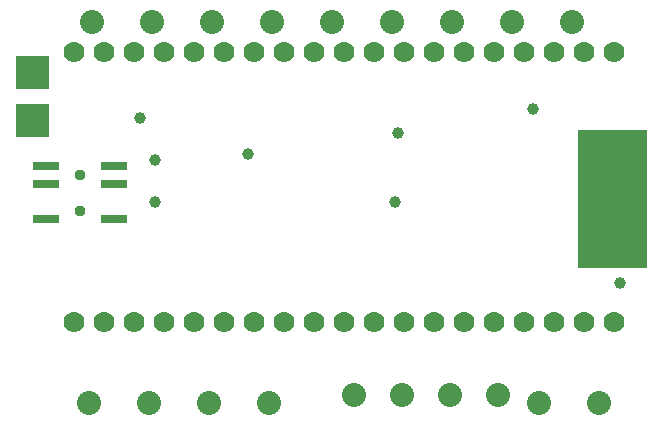
<source format=gbs>
G04 Generated by Ultiboard 12.0 *
%FSLAX25Y25*%
%MOIN*%

%ADD10C,0.00001*%
%ADD11C,0.00100*%
%ADD12C,0.08000*%
%ADD13C,0.07000*%
%ADD14C,0.03701*%
%ADD15R,0.08661X0.02953*%
%ADD16C,0.03937*%


G04 ColorRGB 9900CC for the following layer *
%LNSolder Mask Bottom*%
%LPD*%
G54D10*
G54D11*
G36*
X190000Y51000D02*
X190000Y97000D01*
X213000Y97000D01*
X213000Y51000D01*
X190000Y51000D01*
G37*
G36*
X2500Y94532D02*
X2500Y105532D01*
X13500Y105532D01*
X13500Y94532D01*
X2500Y94532D01*
G37*
G36*
X2500Y110532D02*
X2500Y121532D01*
X13500Y121532D01*
X13500Y110532D01*
X2500Y110532D01*
G37*
G54D12*
X27000Y6000D03*
X47000Y6000D03*
X67000Y6000D03*
X87000Y6000D03*
X177000Y6000D03*
X197000Y6000D03*
X28000Y133000D03*
X48000Y133000D03*
X68000Y133000D03*
X88000Y133000D03*
X108000Y133000D03*
X128000Y133000D03*
X148000Y133000D03*
X168000Y133000D03*
X188000Y133000D03*
X203957Y74123D03*
X163168Y8752D03*
X147168Y8752D03*
X131168Y8752D03*
X115168Y8752D03*
X203957Y90123D03*
X203957Y58123D03*
G54D13*
X202000Y123000D03*
X192000Y123000D03*
X182000Y123000D03*
X172000Y123000D03*
X162000Y123000D03*
X152000Y123000D03*
X142000Y123000D03*
X132000Y123000D03*
X122000Y123000D03*
X112000Y123000D03*
X102000Y123000D03*
X92000Y123000D03*
X82000Y123000D03*
X72000Y123000D03*
X62000Y123000D03*
X52000Y123000D03*
X42000Y123000D03*
X32000Y123000D03*
X22000Y123000D03*
X202000Y33000D03*
X192000Y33000D03*
X182000Y33000D03*
X172000Y33000D03*
X162000Y33000D03*
X152000Y33000D03*
X142000Y33000D03*
X132000Y33000D03*
X122000Y33000D03*
X112000Y33000D03*
X102000Y33000D03*
X92000Y33000D03*
X82000Y33000D03*
X72000Y33000D03*
X62000Y33000D03*
X52000Y33000D03*
X42000Y33000D03*
X32000Y33000D03*
X22000Y33000D03*
G54D14*
X24000Y81906D03*
X24000Y70094D03*
X24000Y70094D03*
X24000Y81906D03*
G54D15*
X12681Y67142D03*
X35319Y67142D03*
X12681Y78953D03*
X35319Y78953D03*
X12681Y84858D03*
X35319Y84858D03*
G54D16*
X204000Y46000D03*
X49000Y87000D03*
X49000Y73000D03*
X129000Y73000D03*
X175000Y104000D03*
X130000Y96000D03*
X80000Y89000D03*
X44000Y101000D03*

M00*

</source>
